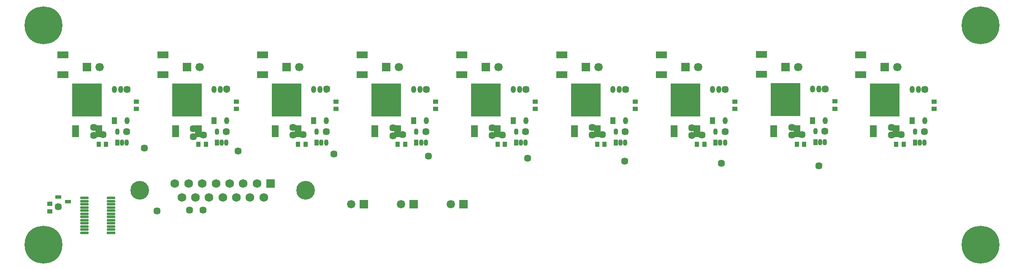
<source format=gts>
G04*
G04 #@! TF.GenerationSoftware,Altium Limited,Altium Designer,20.0.11 (256)*
G04*
G04 Layer_Color=8388736*
%FSLAX25Y25*%
%MOIN*%
G70*
G01*
G75*
%ADD26R,0.09068X0.05800*%
%ADD27R,0.03359X0.04973*%
%ADD28O,0.03359X0.04973*%
%ADD29R,0.04343X0.03556*%
%ADD30O,0.03950X0.05524*%
%ADD31R,0.03950X0.05524*%
%ADD32R,0.03556X0.04343*%
%ADD33R,0.23635X0.25997*%
%ADD34R,0.05524X0.09461*%
%ADD35R,0.04737X0.03162*%
%ADD36R,0.07099X0.02217*%
%ADD37O,0.07099X0.02217*%
%ADD38C,0.29934*%
%ADD39C,0.06653*%
%ADD40R,0.06653X0.06653*%
%ADD41C,0.06902*%
%ADD42R,0.06902X0.06902*%
%ADD43C,0.14776*%
%ADD44C,0.05721*%
D26*
X15606Y134346D02*
D03*
Y149976D02*
D03*
X94346Y134346D02*
D03*
Y149976D02*
D03*
X173087Y134346D02*
D03*
Y149976D02*
D03*
X251827Y134346D02*
D03*
Y149976D02*
D03*
X330567Y134346D02*
D03*
Y149976D02*
D03*
X409307Y134346D02*
D03*
Y149976D02*
D03*
X488047Y134346D02*
D03*
Y149976D02*
D03*
X566949Y134496D02*
D03*
Y150126D02*
D03*
X645528Y134346D02*
D03*
Y149976D02*
D03*
D27*
X688287Y80661D02*
D03*
X609709Y80811D02*
D03*
X530807Y80661D02*
D03*
X452067D02*
D03*
X58366D02*
D03*
X137106D02*
D03*
X215846D02*
D03*
X294587D02*
D03*
X373327D02*
D03*
D28*
X695768Y89323D02*
D03*
X688287D02*
D03*
X695768Y80661D02*
D03*
X692028D02*
D03*
X65846Y89323D02*
D03*
X58366D02*
D03*
X65846Y80661D02*
D03*
X62106D02*
D03*
X144587Y89323D02*
D03*
X137106D02*
D03*
X144587Y80661D02*
D03*
X140846D02*
D03*
X223327Y89323D02*
D03*
X215846D02*
D03*
X223327Y80661D02*
D03*
X219587D02*
D03*
X302067Y89323D02*
D03*
X294587D02*
D03*
X302067Y80661D02*
D03*
X298327D02*
D03*
X380807Y89323D02*
D03*
X373327D02*
D03*
X380807Y80661D02*
D03*
X377067D02*
D03*
X459547Y89323D02*
D03*
X452067D02*
D03*
X459547Y80661D02*
D03*
X455807D02*
D03*
X538287Y89323D02*
D03*
X530807D02*
D03*
X538287Y80661D02*
D03*
X534547D02*
D03*
X617189Y89472D02*
D03*
X609709D02*
D03*
X617189Y80811D02*
D03*
X613449D02*
D03*
D29*
X703528Y107209D02*
D03*
Y113114D02*
D03*
X73606Y107209D02*
D03*
Y113114D02*
D03*
X152346Y107209D02*
D03*
Y113114D02*
D03*
X231087Y107209D02*
D03*
Y113114D02*
D03*
X309827Y107209D02*
D03*
Y113114D02*
D03*
X388567Y107209D02*
D03*
Y113114D02*
D03*
X467307Y107209D02*
D03*
Y113114D02*
D03*
X546047Y107209D02*
D03*
Y113114D02*
D03*
X624949Y107358D02*
D03*
Y113264D02*
D03*
X5063Y32268D02*
D03*
Y26362D02*
D03*
D30*
X696028Y122661D02*
D03*
X691028D02*
D03*
X686028D02*
D03*
X696028Y97858D02*
D03*
X66106Y122661D02*
D03*
X61106D02*
D03*
X56106D02*
D03*
X66106Y97858D02*
D03*
X144846Y122661D02*
D03*
X139846D02*
D03*
X134846D02*
D03*
X144846Y97858D02*
D03*
X223587Y122661D02*
D03*
X218587D02*
D03*
X213587D02*
D03*
X223587Y97858D02*
D03*
X302327Y122661D02*
D03*
X297327D02*
D03*
X292327D02*
D03*
X302327Y97858D02*
D03*
X381067Y122661D02*
D03*
X376067D02*
D03*
X371067D02*
D03*
X381067Y97858D02*
D03*
X459807Y122661D02*
D03*
X454807D02*
D03*
X449807D02*
D03*
X459807Y97858D02*
D03*
X538547Y122661D02*
D03*
X533547D02*
D03*
X528547D02*
D03*
X538547Y97858D02*
D03*
X617449Y122811D02*
D03*
X612449D02*
D03*
X607449D02*
D03*
X617449Y98008D02*
D03*
D31*
X686028Y97858D02*
D03*
X56106D02*
D03*
X134846D02*
D03*
X213587D02*
D03*
X292327D02*
D03*
X371067D02*
D03*
X449807D02*
D03*
X528547D02*
D03*
X607449Y98008D02*
D03*
D32*
X679480Y79161D02*
D03*
X673575D02*
D03*
X49559D02*
D03*
X43654D02*
D03*
X128299D02*
D03*
X122394D02*
D03*
X207039D02*
D03*
X201134D02*
D03*
X285780D02*
D03*
X279874D02*
D03*
X364520D02*
D03*
X358614D02*
D03*
X443260D02*
D03*
X437354D02*
D03*
X522000D02*
D03*
X516095D02*
D03*
X600902Y79311D02*
D03*
X594996D02*
D03*
D33*
X664528Y114429D02*
D03*
X34606D02*
D03*
X113346D02*
D03*
X192087D02*
D03*
X270827D02*
D03*
X349567D02*
D03*
X428307D02*
D03*
X507047D02*
D03*
X585949Y114579D02*
D03*
D34*
X673543Y89626D02*
D03*
X655512D02*
D03*
X43622D02*
D03*
X25591D02*
D03*
X122362D02*
D03*
X104331D02*
D03*
X201102D02*
D03*
X183071D02*
D03*
X279843D02*
D03*
X261811D02*
D03*
X358583D02*
D03*
X340551D02*
D03*
X437323D02*
D03*
X419291D02*
D03*
X516063D02*
D03*
X498032D02*
D03*
X594965Y89776D02*
D03*
X576933D02*
D03*
D35*
X11626Y37555D02*
D03*
Y30075D02*
D03*
X19500Y33815D02*
D03*
D36*
X53469Y9315D02*
D03*
D37*
Y11815D02*
D03*
Y14315D02*
D03*
Y16815D02*
D03*
Y19315D02*
D03*
Y21815D02*
D03*
Y24315D02*
D03*
Y26815D02*
D03*
Y29315D02*
D03*
Y31815D02*
D03*
Y34315D02*
D03*
Y36815D02*
D03*
X32563Y9315D02*
D03*
Y11815D02*
D03*
Y14315D02*
D03*
Y16815D02*
D03*
Y19315D02*
D03*
Y21815D02*
D03*
Y24315D02*
D03*
Y26815D02*
D03*
Y29315D02*
D03*
Y31815D02*
D03*
Y34315D02*
D03*
Y36815D02*
D03*
D38*
X740158Y0D02*
D03*
Y173228D02*
D03*
X0D02*
D03*
Y0D02*
D03*
D39*
X321772Y32106D02*
D03*
X282402D02*
D03*
X243032D02*
D03*
X674528Y140165D02*
D03*
X44606D02*
D03*
X123346D02*
D03*
X202087D02*
D03*
X280827D02*
D03*
X359567D02*
D03*
X438307D02*
D03*
X517047D02*
D03*
X595949Y140315D02*
D03*
D40*
X331772Y32106D02*
D03*
X292402D02*
D03*
X253032D02*
D03*
X664528Y140165D02*
D03*
X34606D02*
D03*
X113346D02*
D03*
X192087D02*
D03*
X270827D02*
D03*
X349567D02*
D03*
X428307D02*
D03*
X507047D02*
D03*
X585949Y140315D02*
D03*
D41*
X103937Y48446D02*
D03*
X114724D02*
D03*
X125512D02*
D03*
X136299D02*
D03*
X147087D02*
D03*
X157874D02*
D03*
X168661D02*
D03*
X109331Y37265D02*
D03*
X120118D02*
D03*
X130905D02*
D03*
X174055D02*
D03*
X163268D02*
D03*
X141693D02*
D03*
X152480D02*
D03*
D42*
X179449Y48446D02*
D03*
D43*
X76063Y42965D02*
D03*
X207244D02*
D03*
D44*
X669685Y86614D02*
D03*
X590945D02*
D03*
X512205Y86221D02*
D03*
X39764D02*
D03*
X118504Y85433D02*
D03*
X197244Y86614D02*
D03*
X275984Y85827D02*
D03*
X354331Y86221D02*
D03*
X433465Y86614D02*
D03*
X677559Y87008D02*
D03*
X669685Y92520D02*
D03*
X599213Y87008D02*
D03*
X590945Y92520D02*
D03*
X520079Y86614D02*
D03*
X512205Y92126D02*
D03*
X441339Y87008D02*
D03*
X433465Y92520D02*
D03*
X362598Y86614D02*
D03*
X354331Y92126D02*
D03*
X275984D02*
D03*
X283858Y87008D02*
D03*
X205118D02*
D03*
X197244Y92520D02*
D03*
X126378Y86614D02*
D03*
X118504Y91732D02*
D03*
X47244Y87008D02*
D03*
X39764Y92520D02*
D03*
X153937Y73858D02*
D03*
X79771Y76201D02*
D03*
X144882Y122835D02*
D03*
X223622D02*
D03*
X11626Y30075D02*
D03*
X126177Y27191D02*
D03*
X89764Y26772D02*
D03*
X612598Y62205D02*
D03*
X115354Y27323D02*
D03*
X535433Y64213D02*
D03*
X65846Y89323D02*
D03*
X144587D02*
D03*
X223327D02*
D03*
X302067D02*
D03*
X380807D02*
D03*
X695768D02*
D03*
X617189Y89472D02*
D03*
X459547Y89323D02*
D03*
X538287D02*
D03*
X229528Y71693D02*
D03*
X304007Y69921D02*
D03*
X382323Y68150D02*
D03*
X459055Y65984D02*
D03*
X696028Y122661D02*
D03*
X617449Y122811D02*
D03*
X538547Y122661D02*
D03*
X459807D02*
D03*
X381067D02*
D03*
X302327D02*
D03*
X66106D02*
D03*
M02*

</source>
